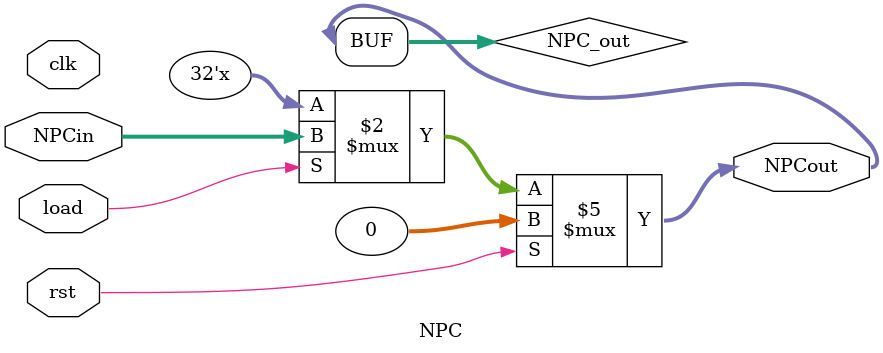
<source format=v>
`timescale 1ns / 1ps


module NPC(
    input wire clk,    // 时钟输入
    input wire rst,    // 复位输入
    input wire [31:0] NPCin,
    input wire load,        //载入使能
    output wire [31:0] NPCout
    );
    reg [31:0] NPC_out;
  always @(*) begin
    if (rst) begin
      // 复位时，将寄存器清零
      NPC_out <= 32'h00000000;
    end else if (load) begin
      // 如果 load 信号为高，则将数据加载到寄存器
      NPC_out <= NPCin;
    end
    // 如果需要其他控制逻辑，请在此处添加
  end
    assign NPCout = NPC_out;
endmodule
</source>
